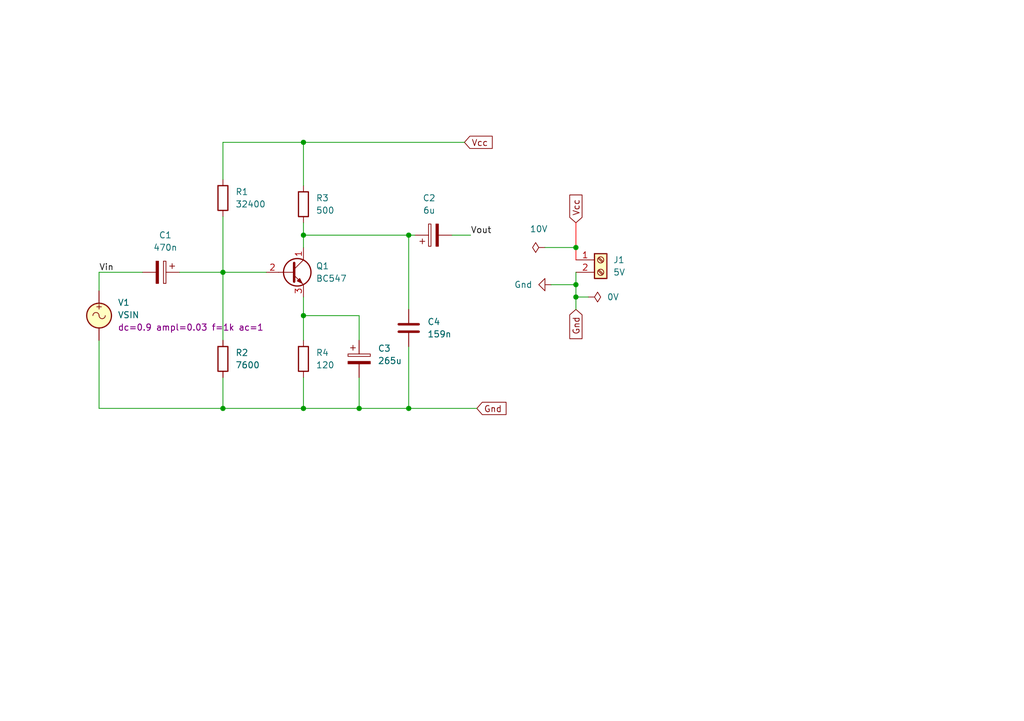
<source format=kicad_sch>
(kicad_sch (version 20250114) (generator "eeschema") (generator_version "9.0")
  (paper "A5")
  (lib_symbols
    (symbol "Connector:Screw_Terminal_01x02" (pin_names (offset 1.016) (hide yes))
      (property "Reference" "J" (at 0 2.54 0))
      (property "Value" "Screw_Terminal_01x02" (at 0 -5.08 0))
      (symbol "Screw_Terminal_01x02_1_1"
        (rectangle (start -1.27 1.27) (end 1.27 -3.81) (stroke (width 0.254)) (fill (type background)))
        (polyline (pts (xy -0.5334 0.3302) (xy 0.3302 -0.508)) (stroke (width 0.1524)))
        (polyline (pts (xy -0.5334 -2.2098) (xy 0.3302 -3.048)) (stroke (width 0.1524)))
        (polyline (pts (xy -0.3556 0.508) (xy 0.508 -0.3302)) (stroke (width 0.1524)))
        (polyline (pts (xy -0.3556 -2.032) (xy 0.508 -2.8702)) (stroke (width 0.1524)))
        (circle (center 0 0) (radius 0.635) (stroke (width 0.1524)))
        (circle (center 0 -2.54) (radius 0.635) (stroke (width 0.1524)))
        (pin passive line (at -5.08 0 0) (length 3.81) (name "Pin_1") (number "1"))
        (pin passive line (at -5.08 -2.54 0) (length 3.81) (name "Pin_2") (number "2"))
      )
    )
    (symbol "Device:C" (pin_numbers (hide yes)) (pin_names (offset 0.254))
      (property "Reference" "C" (at 0.635 2.54 0))
      (property "Value" "C" (at 0.635 -2.54 0))
      (symbol "C_0_1"
        (polyline (pts (xy -2.032 0.762) (xy 2.032 0.762)) (stroke (width 0.508)))
        (polyline (pts (xy -2.032 -0.762) (xy 2.032 -0.762)) (stroke (width 0.508)))
      )
      (symbol "C_1_1"
        (pin passive line (at 0 3.81 270) (length 2.794) (name "~") (number "1"))
        (pin passive line (at 0 -3.81 90) (length 2.794) (name "~") (number "2"))
      )
    )
    (symbol "Device:C_Polarized" (pin_numbers (hide yes)) (pin_names (offset 0.254))
      (property "Reference" "C" (at 0.635 2.54 0))
      (property "Value" "C_Polarized" (at 0.635 -2.54 0))
      (symbol "C_Polarized_0_1"
        (rectangle (start -2.286 0.508) (end 2.286 1.016))
        (polyline (pts (xy -1.778 2.286) (xy -0.762 2.286)))
        (polyline (pts (xy -1.27 2.794) (xy -1.27 1.778)))
        (rectangle (start 2.286 -0.508) (end -2.286 -1.016) (fill (type outline)))
      )
      (symbol "C_Polarized_1_1"
        (pin passive line (at 0 3.81 270) (length 2.794) (name "~") (number "1"))
        (pin passive line (at 0 -3.81 90) (length 2.794) (name "~") (number "2"))
      )
    )
    (symbol "Device:R" (pin_numbers (hide yes)) (pin_names (offset 0))
      (property "Reference" "R" (at 2.032 0 90))
      (property "Value" "R" (at 0 0 90))
      (symbol "R_0_1"
        (rectangle (start -1.016 -2.54) (end 1.016 2.54) (stroke (width 0.254)))
      )
      (symbol "R_1_1"
        (pin passive line (at 0 3.81 270) (length 1.27) (name "~") (number "1"))
        (pin passive line (at 0 -3.81 90) (length 1.27) (name "~") (number "2"))
      )
    )
    (symbol "Simulation_SPICE:VSIN" (pin_numbers (hide yes)) (pin_names (offset 0.0254))
      (property "Reference" "V" (at 2.54 2.54 0))
      (property "Value" "VSIN" (at 2.54 0 0))
      (property "Sim.Params" "dc=0 ampl=1 f=1k ac=1" (at 2.54 -2.54 0))
      (symbol "VSIN_0_0"
        (arc (start -1.27 0) (mid -0.635 0.6323) (end 0 0))
        (arc (start 1.27 0) (mid 0.635 -0.6323) (end 0 0))
        (text "+" (at 0 1.905 0) (effects (font (size 1.27 1.27))))
      )
      (symbol "VSIN_0_1"
        (circle (center 0 0) (radius 2.54) (stroke (width 0.254)) (fill (type background)))
      )
      (symbol "VSIN_1_1"
        (pin passive line (at 0 5.08 270) (length 2.54) (name "~") (number "1"))
        (pin passive line (at 0 -5.08 90) (length 2.54) (name "~") (number "2"))
      )
    )
    (symbol "Transistor_BJT:BC547" (pin_names (offset 0) (hide yes))
      (property "Reference" "Q" (at 5.08 1.905 0))
      (property "Value" "BC547" (at 5.08 0 0))
      (symbol "BC547_0_1"
        (polyline (pts (xy -2.54 0) (xy 0.635 0)))
        (polyline (pts (xy 0.635 1.905) (xy 0.635 -1.905)) (stroke (width 0.508)))
        (circle (center 1.27 0) (radius 2.8194) (stroke (width 0.254)))
      )
      (symbol "BC547_1_1"
        (polyline (pts (xy 0.635 0.635) (xy 2.54 2.54)))
        (polyline (pts (xy 0.635 -0.635) (xy 2.54 -2.54)))
        (polyline (pts (xy 1.27 -1.778) (xy 1.778 -1.27) (xy 2.286 -2.286) (xy 1.27 -1.778)) (fill (type outline)))
        (pin input line (at -5.08 0 0) (length 2.54) (name "B") (number "2"))
        (pin passive line (at 2.54 5.08 270) (length 2.54) (name "C") (number "1"))
        (pin passive line (at 2.54 -5.08 90) (length 2.54) (name "E") (number "3"))
      )
    )
    (symbol "power:GND" (power) (pin_numbers (hide yes)) (pin_names (offset 0) (hide yes))
      (property "Value" "GND" (at 0 -3.81 0))
      (symbol "GND_0_1"
        (polyline (pts (xy 0 0) (xy 0 -1.27) (xy 1.27 -1.27) (xy 0 -2.54) (xy -1.27 -1.27) (xy 0 -1.27)))
      )
      (symbol "GND_1_1"
        (pin power_in line (at 0 0 270) (length 0) (name "~") (number "1"))
      )
    )
    (symbol "power:PWR_FLAG" (power) (pin_numbers (hide yes)) (pin_names (offset 0) (hide yes))
      (property "Value" "PWR_FLAG" (at 0 3.81 0))
      (symbol "PWR_FLAG_0_0"
        (pin power_out line (at 0 0 90) (length 0) (name "~") (number "1"))
      )
      (symbol "PWR_FLAG_0_1"
        (polyline (pts (xy 0 0) (xy 0 1.27) (xy -1.016 1.905) (xy 0 2.54) (xy 1.016 1.905) (xy 0 1.27)))
      )
    )
  )
  (junction (at 62.23 48.26))
  (junction (at 62.23 83.82))
  (junction (at 45.72 83.82))
  (junction (at 73.66 83.82))
  (junction (at 62.23 29.21))
  (junction (at 62.23 64.77))
  (junction (at 118.11 60.96))
  (junction (at 83.82 48.26))
  (junction (at 45.72 55.88))
  (junction (at 118.11 50.8))
  (junction (at 118.11 58.42))
  (junction (at 83.82 83.82))
  (wire (pts (xy 92.71 48.26) (xy 96.52 48.26)))
  (wire (pts (xy 118.11 55.88) (xy 118.11 58.42)))
  (wire (pts (xy 45.72 83.82) (xy 62.23 83.82)))
  (wire (pts (xy 73.66 83.82) (xy 83.82 83.82)))
  (wire (pts (xy 118.11 53.34) (xy 118.11 50.8)) (stroke (width 0) (color 255 0 0 1)))
  (wire (pts (xy 62.23 45.72) (xy 62.23 48.26)))
  (wire (pts (xy 120.65 60.96) (xy 118.11 60.96)))
  (wire (pts (xy 62.23 29.21) (xy 95.25 29.21)))
  (wire (pts (xy 62.23 29.21) (xy 62.23 38.1)))
  (wire (pts (xy 62.23 29.21) (xy 45.72 29.21)))
  (wire (pts (xy 83.82 83.82) (xy 97.79 83.82)))
  (wire (pts (xy 45.72 77.47) (xy 45.72 83.82)))
  (wire (pts (xy 62.23 83.82) (xy 73.66 83.82)))
  (wire (pts (xy 118.11 58.42) (xy 118.11 60.96)))
  (wire (pts (xy 62.23 60.96) (xy 62.23 64.77)))
  (wire (pts (xy 20.32 69.85) (xy 20.32 83.82)))
  (wire (pts (xy 45.72 55.88) (xy 54.61 55.88)))
  (wire (pts (xy 45.72 44.45) (xy 45.72 55.88)))
  (wire (pts (xy 62.23 48.26) (xy 62.23 50.8)))
  (wire (pts (xy 73.66 64.77) (xy 62.23 64.77)))
  (wire (pts (xy 83.82 48.26) (xy 83.82 63.5)))
  (wire (pts (xy 113.03 58.42) (xy 118.11 58.42)))
  (wire (pts (xy 45.72 29.21) (xy 45.72 36.83)))
  (wire (pts (xy 73.66 77.47) (xy 73.66 83.82)))
  (wire (pts (xy 20.32 83.82) (xy 45.72 83.82)))
  (wire (pts (xy 20.32 55.88) (xy 29.21 55.88)))
  (wire (pts (xy 73.66 69.85) (xy 73.66 64.77)))
  (wire (pts (xy 62.23 48.26) (xy 83.82 48.26)))
  (wire (pts (xy 36.83 55.88) (xy 45.72 55.88)))
  (wire (pts (xy 83.82 71.12) (xy 83.82 83.82)))
  (wire (pts (xy 118.11 60.96) (xy 118.11 63.5)))
  (wire (pts (xy 20.32 59.69) (xy 20.32 55.88)))
  (wire (pts (xy 83.82 48.26) (xy 85.09 48.26)))
  (wire (pts (xy 62.23 83.82) (xy 62.23 77.47)))
  (wire (pts (xy 45.72 55.88) (xy 45.72 69.85)))
  (wire (pts (xy 118.11 45.72) (xy 118.11 50.8)) (stroke (width 0) (color 255 0 0 1)))
  (wire (pts (xy 111.76 50.8) (xy 118.11 50.8)))
  (wire (pts (xy 62.23 64.77) (xy 62.23 69.85)))
  (label "Vout" (at 96.52 48.26 0))
  (label "Vin" (at 20.32 55.88 0))
  (global_label "Gnd" (shape input) (at 118.11 63.5 270) (property "Intersheetrefs" "${INTERSHEET_REFS}" (effects (hide yes))))
  (global_label "Vcc" (shape input) (at 95.25 29.21 0) (property "Intersheetrefs" "${INTERSHEET_REFS}" (effects (hide yes))))
  (global_label "Gnd" (shape input) (at 97.79 83.82 0) (property "Intersheetrefs" "${INTERSHEET_REFS}" (effects (hide yes))))
  (global_label "Vcc" (shape input) (at 118.11 45.72 90) (property "Intersheetrefs" "${INTERSHEET_REFS}" (effects (hide yes))))
  (symbol (lib_id "Device:C_Polarized") (at 33.02 55.88 270) (unit 1)
    (property "Reference" "C1" (at 33.909 48.26 90))
    (property "Value" "470n" (at 33.909 50.8 90))
    (property "Description" "Polarized capacitor" (effects (hide yes)))
  )
  (symbol (lib_id "Connector:Screw_Terminal_01x02") (at 123.19 53.34 0) (unit 1)
    (property "Reference" "J1" (at 125.73 53.3399 0) (effects (justify left)))
    (property "Value" "5V" (at 125.73 55.8799 0) (effects (justify left)))
    (property "Footprint" "TerminalBlock:TerminalBlock_Xinya_XY308-2.54-2P_1x02_P2.54mm_Horizontal" (effects (hide yes)))
    (property "Description" "Generic screw terminal, single row, 01x02, script generated (kicad-library-utils/schlib/autogen/connector/)" (effects (hide yes)))
    (property "Sim.Device" "V" (effects (hide yes)))
    (property "Sim.Type" "DC" (effects (hide yes)))
    (property "Sim.Pins" "1=+ 2=-" (effects (hide yes)))
  )
  (symbol (lib_id "Device:R") (at 45.72 73.66 0) (unit 1)
    (property "Reference" "R2" (at 48.26 72.3899 0) (effects (justify left)))
    (property "Value" "7600" (at 48.26 74.9299 0) (effects (justify left)))
    (property "Description" "Resistor" (effects (hide yes)))
  )
  (symbol (lib_id "power:PWR_FLAG") (at 120.65 60.96 270) (unit 1)
    (property "Reference" "#FLG02" (effects (hide yes)))
    (property "Value" "0V" (at 124.46 60.9599 90) (effects (justify left)))
    (property "Description" "Special symbol for telling ERC where power comes from" (effects (hide yes)))
  )
  (symbol (lib_id "Device:C_Polarized") (at 73.66 73.66 0) (unit 1)
    (property "Reference" "C3" (at 77.47 71.5009 0) (effects (justify left)))
    (property "Value" "265u" (at 77.47 74.0409 0) (effects (justify left)))
    (property "Description" "Polarized capacitor" (effects (hide yes)))
  )
  (symbol (lib_id "Simulation_SPICE:VSIN") (at 20.32 64.77 0) (unit 1)
    (property "Reference" "V1" (at 24.13 62.1001 0) (effects (justify left)))
    (property "Value" "VSIN" (at 24.13 64.6401 0) (effects (justify left)))
    (property "Datasheet" "https://ngspice.sourceforge.io/docs/ngspice-html-manual/manual.xhtml#sec_Independent_Sources_for" (effects (hide yes)))
    (property "Description" "Voltage source, sinusoidal" (effects (hide yes)))
    (property "Sim.Pins" "1=+ 2=-" (effects (hide yes)))
    (property "Sim.Params" "dc=0.9 ampl=0.03 f=1k ac=1" (at 24.13 67.1801 0) (effects (justify left)))
    (property "Sim.Type" "SIN" (effects (hide yes)))
    (property "Sim.Device" "V" (effects (hide yes)))
  )
  (symbol (lib_id "Transistor_BJT:BC547") (at 59.69 55.88 0) (unit 1)
    (property "Reference" "Q1" (at 64.77 54.6099 0) (effects (justify left)))
    (property "Value" "BC547" (at 64.77 57.1499 0) (effects (justify left)))
    (property "Footprint" "Package_TO_SOT_THT:TO-92_Inline" (effects (hide yes)))
    (property "Datasheet" "https://www.onsemi.com/pub/Collateral/BC550-D.pdf" (effects (hide yes)))
    (property "Description" "0.1A Ic, 45V Vce, Small Signal NPN Transistor, TO-92" (effects (hide yes)))
    (property "Sim.Library" "/home/kjetil/kicad/bc547c/bc547c_spice.lib" (effects (hide yes)))
    (property "Sim.Name" "BC547C" (effects (hide yes)))
    (property "Sim.Device" "SUBCKT" (effects (hide yes)))
    (property "Sim.Pins" "1=C 2=B 3=E" (effects (hide yes)))
  )
  (symbol (lib_id "Device:R") (at 45.72 40.64 0) (unit 1)
    (property "Reference" "R1" (at 48.26 39.3699 0) (effects (justify left)))
    (property "Value" "32400" (at 48.26 41.9099 0) (effects (justify left)))
    (property "Description" "Resistor" (effects (hide yes)))
  )
  (symbol (lib_id "Device:C") (at 83.82 67.31 0) (unit 1)
    (property "Reference" "C4" (at 87.63 66.0399 0) (effects (justify left)))
    (property "Value" "159n" (at 87.63 68.5799 0) (effects (justify left)))
    (property "Description" "Unpolarized capacitor" (effects (hide yes)))
  )
  (symbol (lib_id "power:PWR_FLAG") (at 111.76 50.8 90) (unit 1)
    (property "Reference" "#FLG01" (effects (hide yes)))
    (property "Value" "10V" (at 110.49 46.99 90))
    (property "Description" "Special symbol for telling ERC where power comes from" (effects (hide yes)))
  )
  (symbol (lib_id "Device:R") (at 62.23 73.66 0) (unit 1)
    (property "Reference" "R4" (at 64.77 72.3899 0) (effects (justify left)))
    (property "Value" "120" (at 64.77 74.9299 0) (effects (justify left)))
    (property "Description" "Resistor" (effects (hide yes)))
  )
  (symbol (lib_id "power:GND") (at 113.03 58.42 270) (unit 1)
    (property "Reference" "#PWR01" (effects (hide yes)))
    (property "Value" "Gnd" (at 109.22 58.4199 90) (effects (justify right)))
    (property "Description" "Power symbol creates a global label with name \"GND\" , ground" (effects (hide yes)))
  )
  (symbol (lib_id "Device:C_Polarized") (at 88.9 48.26 90) (unit 1)
    (property "Reference" "C2" (at 88.011 40.64 90))
    (property "Value" "6u" (at 88.011 43.18 90))
    (property "Description" "Polarized capacitor" (effects (hide yes)))
  )
  (symbol (lib_id "Device:R") (at 62.23 41.91 0) (unit 1)
    (property "Reference" "R3" (at 64.77 40.6399 0) (effects (justify left)))
    (property "Value" "500" (at 64.77 43.1799 0) (effects (justify left)))
    (property "Description" "Resistor" (effects (hide yes)))
  )
)
</source>
